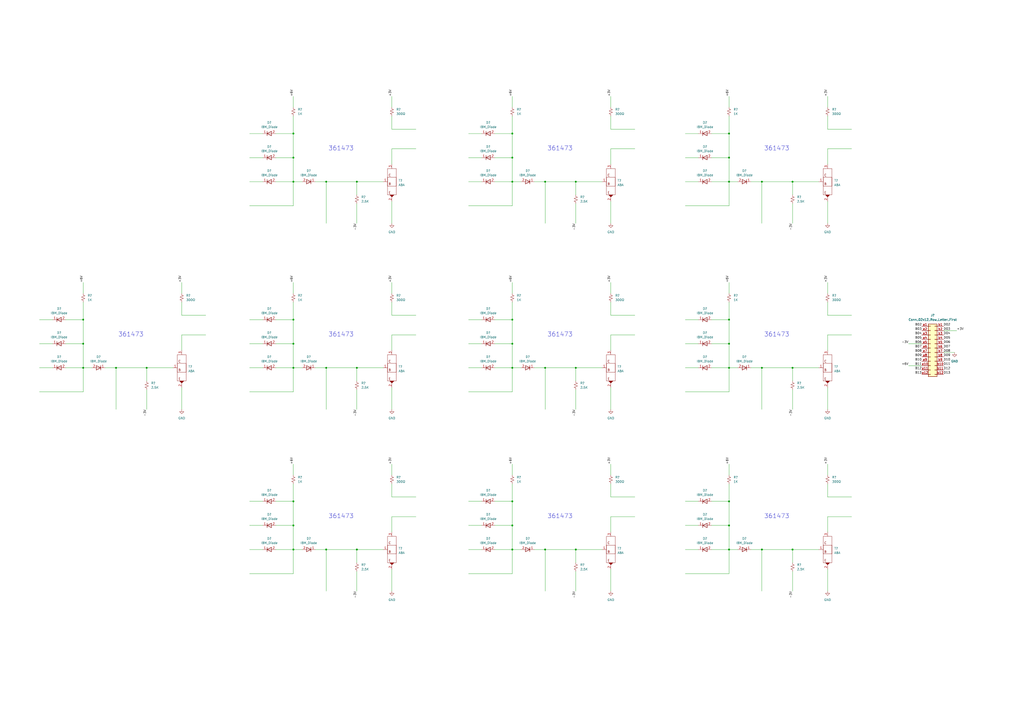
<source format=kicad_sch>
(kicad_sch (version 20211123) (generator eeschema)
  (paper "A2")
  (lib_symbols
    (symbol "Connector_Generic:Conn_02x12_Row_Letter_First" (pin_names (offset 1.016) hide)
      (property "Reference" "J" (at 1.27 15.24 0))
      (property "Value" "Conn_02x12_Row_Letter_First" (at 1.27 -17.78 0))
      (symbol "Conn_02x12_Row_Letter_First_1_1"
        (rectangle (start -1.27 -15.113) (end 0 -15.367) (stroke (width 0.1524)))
        (rectangle (start -1.27 -12.573) (end 0 -12.827) (stroke (width 0.1524)))
        (rectangle (start -1.27 -10.033) (end 0 -10.287) (stroke (width 0.1524)))
        (rectangle (start -1.27 -7.493) (end 0 -7.747) (stroke (width 0.1524)))
        (rectangle (start -1.27 -4.953) (end 0 -5.207) (stroke (width 0.1524)))
        (rectangle (start -1.27 -2.413) (end 0 -2.667) (stroke (width 0.1524)))
        (rectangle (start -1.27 0.127) (end 0 -0.127) (stroke (width 0.1524)))
        (rectangle (start -1.27 2.667) (end 0 2.413) (stroke (width 0.1524)))
        (rectangle (start -1.27 5.207) (end 0 4.953) (stroke (width 0.1524)))
        (rectangle (start -1.27 7.747) (end 0 7.493) (stroke (width 0.1524)))
        (rectangle (start -1.27 10.287) (end 0 10.033) (stroke (width 0.1524)))
        (rectangle (start -1.27 12.827) (end 0 12.573) (stroke (width 0.1524)))
        (rectangle (start -1.27 13.97) (end 3.81 -16.51) (stroke (width 0.254)) (fill (type background)))
        (rectangle (start 3.81 -15.113) (end 2.54 -15.367) (stroke (width 0.1524)))
        (rectangle (start 3.81 -12.573) (end 2.54 -12.827) (stroke (width 0.1524)))
        (rectangle (start 3.81 -10.033) (end 2.54 -10.287) (stroke (width 0.1524)))
        (rectangle (start 3.81 -7.493) (end 2.54 -7.747) (stroke (width 0.1524)))
        (rectangle (start 3.81 -4.953) (end 2.54 -5.207) (stroke (width 0.1524)))
        (rectangle (start 3.81 -2.413) (end 2.54 -2.667) (stroke (width 0.1524)))
        (rectangle (start 3.81 0.127) (end 2.54 -0.127) (stroke (width 0.1524)))
        (rectangle (start 3.81 2.667) (end 2.54 2.413) (stroke (width 0.1524)))
        (rectangle (start 3.81 5.207) (end 2.54 4.953) (stroke (width 0.1524)))
        (rectangle (start 3.81 7.747) (end 2.54 7.493) (stroke (width 0.1524)))
        (rectangle (start 3.81 10.287) (end 2.54 10.033) (stroke (width 0.1524)))
        (rectangle (start 3.81 12.827) (end 2.54 12.573) (stroke (width 0.1524)))
        (pin passive line (at -5.08 12.7 0) (length 3.81) (name "Pin_a1") (number "a1"))
        (pin passive line (at -5.08 -10.16 0) (length 3.81) (name "Pin_a10") (number "a10"))
        (pin passive line (at -5.08 -12.7 0) (length 3.81) (name "Pin_a11") (number "a11"))
        (pin passive line (at -5.08 -15.24 0) (length 3.81) (name "Pin_a12") (number "a12"))
        (pin passive line (at -5.08 10.16 0) (length 3.81) (name "Pin_a2") (number "a2"))
        (pin passive line (at -5.08 7.62 0) (length 3.81) (name "Pin_a3") (number "a3"))
        (pin passive line (at -5.08 5.08 0) (length 3.81) (name "Pin_a4") (number "a4"))
        (pin passive line (at -5.08 2.54 0) (length 3.81) (name "Pin_a5") (number "a5"))
        (pin passive line (at -5.08 0 0) (length 3.81) (name "Pin_a6") (number "a6"))
        (pin passive line (at -5.08 -2.54 0) (length 3.81) (name "Pin_a7") (number "a7"))
        (pin passive line (at -5.08 -5.08 0) (length 3.81) (name "Pin_a8") (number "a8"))
        (pin passive line (at -5.08 -7.62 0) (length 3.81) (name "Pin_a9") (number "a9"))
        (pin passive line (at 7.62 12.7 180) (length 3.81) (name "Pin_b1") (number "b1"))
        (pin passive line (at 7.62 -10.16 180) (length 3.81) (name "Pin_b10") (number "b10"))
        (pin passive line (at 7.62 -12.7 180) (length 3.81) (name "Pin_b11") (number "b11"))
        (pin passive line (at 7.62 -15.24 180) (length 3.81) (name "Pin_b12") (number "b12"))
        (pin passive line (at 7.62 10.16 180) (length 3.81) (name "Pin_b2") (number "b2"))
        (pin passive line (at 7.62 7.62 180) (length 3.81) (name "Pin_b3") (number "b3"))
        (pin passive line (at 7.62 5.08 180) (length 3.81) (name "Pin_b4") (number "b4"))
        (pin passive line (at 7.62 2.54 180) (length 3.81) (name "Pin_b5") (number "b5"))
        (pin passive line (at 7.62 0 180) (length 3.81) (name "Pin_b6") (number "b6"))
        (pin passive line (at 7.62 -2.54 180) (length 3.81) (name "Pin_b7") (number "b7"))
        (pin passive line (at 7.62 -5.08 180) (length 3.81) (name "Pin_b8") (number "b8"))
        (pin passive line (at 7.62 -7.62 180) (length 3.81) (name "Pin_b9") (number "b9"))
      )
    )
    (symbol "Device:R_Small_US" (pin_numbers hide) (pin_names (offset 0.254) hide)
      (property "Reference" "R" (at 0.762 0.508 0))
      (property "Value" "R_Small_US" (at 0.762 -1.016 0))
      (symbol "R_Small_US_1_1"
        (polyline (pts (xy 0 0) (xy 1.016 -0.381) (xy 0 -0.762) (xy -1.016 -1.143) (xy 0 -1.524)))
        (polyline (pts (xy 0 1.524) (xy 1.016 1.143) (xy 0 0.762) (xy -1.016 0.381) (xy 0 0)))
        (pin passive line (at 0 2.54 270) (length 1.016) (name "~") (number "1"))
        (pin passive line (at 0 -2.54 90) (length 1.016) (name "~") (number "2"))
      )
    )
    (symbol "IBM_SLT-SLD:IBM_Diode"
      (property "Reference" "D" (at 0 5.08 0))
      (property "Value" "IBM_Diode" (at 0 2.54 0))
      (symbol "IBM_Diode_0_1"
        (polyline (pts (xy -1.27 1.27) (xy -1.27 -1.27)) (stroke (width 0.254)))
        (polyline (pts (xy 1.27 0) (xy -1.27 0)))
        (polyline (pts (xy 1.27 1.27) (xy 1.27 -1.27) (xy -1.27 0) (xy 1.27 1.27)) (stroke (width 0.254)))
      )
      (symbol "IBM_Diode_1_1"
        (pin passive line (at -3.81 0 0) (length 2.54) (name "K") (number "1"))
        (pin passive line (at 3.81 0 180) (length 2.54) (name "A") (number "2"))
      )
    )
    (symbol "IBM_SLT-SLD:IBM_Transistor"
      (property "Reference" "T" (at 0 5.08 0))
      (property "Value" "IBM_Transistor" (at 7.62 8.89 0))
      (symbol "IBM_Transistor_0_0"
        (text "B" (at -1.27 -1.27 0) (effects (font (size 1.27 1.27))))
        (text "C" (at -1.27 3.81 0) (effects (font (size 1.27 1.27))))
        (text "E" (at -1.27 -6.35 0) (effects (font (size 1.27 1.27))))
      )
      (symbol "IBM_Transistor_0_1"
        (rectangle (start -2.54 2.54) (end 2.54 -2.54))
        (rectangle (start -2.54 7.62) (end 2.54 -7.62))
        (polyline (pts (xy -1.27 -7.62) (xy 0 -8.89) (xy 1.27 -7.62)) (fill (type outline)))
      )
      (symbol "IBM_Transistor_1_1"
        (pin passive line (at -5.08 0 0) (length 2.54) (name "B") (number "1"))
        (pin passive line (at 0 -11.43 90) (length 2.54) (name "E") (number "2"))
        (pin passive line (at 0 10.16 270) (length 2.54) (name "C") (number "3"))
      )
    )
    (symbol "power:GND" (power) (pin_names (offset 0))
      (property "Value" "GND" (at 0 -3.81 0))
      (symbol "GND_0_1"
        (polyline (pts (xy 0 0) (xy 0 -1.27) (xy 1.27 -1.27) (xy 0 -2.54) (xy -1.27 -1.27) (xy 0 -1.27)))
      )
      (symbol "GND_1_1"
        (pin power_in line (at 0 0 270) (length 0) hide (name "GND") (number "1"))
      )
    )
  )
  (junction (at 207.01 213.36))
  (junction (at 422.91 77.47))
  (junction (at 170.18 213.36))
  (junction (at 422.91 290.83))
  (junction (at 422.91 304.8))
  (junction (at 207.01 105.41))
  (junction (at 316.23 105.41))
  (junction (at 316.23 318.77))
  (junction (at 170.18 105.41))
  (junction (at 441.96 318.77))
  (junction (at 316.23 213.36))
  (junction (at 334.01 213.36))
  (junction (at 297.18 105.41))
  (junction (at 170.18 290.83))
  (junction (at 189.23 318.77))
  (junction (at 422.91 318.77))
  (junction (at 189.23 105.41))
  (junction (at 48.26 185.42))
  (junction (at 85.09 213.36))
  (junction (at 422.91 185.42))
  (junction (at 441.96 105.41))
  (junction (at 459.74 213.36))
  (junction (at 170.18 304.8))
  (junction (at 334.01 105.41))
  (junction (at 170.18 91.44))
  (junction (at 297.18 318.77))
  (junction (at 170.18 199.39))
  (junction (at 441.96 213.36))
  (junction (at 297.18 213.36))
  (junction (at 170.18 318.77))
  (junction (at 189.23 213.36))
  (junction (at 297.18 91.44))
  (junction (at 297.18 185.42))
  (junction (at 422.91 213.36))
  (junction (at 297.18 290.83))
  (junction (at 48.26 199.39))
  (junction (at 297.18 199.39))
  (junction (at 67.31 213.36))
  (junction (at 422.91 105.41))
  (junction (at 422.91 91.44))
  (junction (at 170.18 77.47))
  (junction (at 170.18 185.42))
  (junction (at 48.26 213.36))
  (junction (at 334.01 318.77))
  (junction (at 297.18 77.47))
  (junction (at 422.91 199.39))
  (junction (at 459.74 318.77))
  (junction (at 459.74 105.41))
  (junction (at 207.01 318.77))
  (junction (at 297.18 304.8))
  (wire (pts (xy 297.18 77.47) (xy 287.02 77.47)))
  (wire (pts (xy 297.18 91.44) (xy 297.18 105.41)))
  (wire (pts (xy 170.18 304.8) (xy 160.02 304.8)))
  (wire (pts (xy 441.96 105.41) (xy 459.74 105.41)))
  (wire (pts (xy 207.01 331.47) (xy 207.01 342.9)))
  (wire (pts (xy 459.74 318.77) (xy 474.98 318.77)))
  (wire (pts (xy 354.33 288.29) (xy 368.3 288.29)))
  (wire (pts (xy 480.06 163.83) (xy 480.06 170.18)))
  (wire (pts (xy 287.02 213.36) (xy 297.18 213.36)))
  (wire (pts (xy 227.33 116.84) (xy 227.33 129.54)))
  (wire (pts (xy 480.06 299.72) (xy 494.03 299.72)))
  (wire (pts (xy 297.18 269.24) (xy 297.18 275.59)))
  (wire (pts (xy 297.18 213.36) (xy 302.26 213.36)))
  (wire (pts (xy 354.33 55.88) (xy 354.33 62.23)))
  (wire (pts (xy 354.33 74.93) (xy 368.3 74.93)))
  (wire (pts (xy 160.02 318.77) (xy 170.18 318.77)))
  (wire (pts (xy 170.18 55.88) (xy 170.18 62.23)))
  (wire (pts (xy 422.91 55.88) (xy 422.91 62.23)))
  (wire (pts (xy 459.74 105.41) (xy 474.98 105.41)))
  (wire (pts (xy 354.33 203.2) (xy 354.33 194.31)))
  (wire (pts (xy 227.33 182.88) (xy 241.3 182.88)))
  (wire (pts (xy 422.91 91.44) (xy 422.91 105.41)))
  (wire (pts (xy 316.23 213.36) (xy 334.01 213.36)))
  (wire (pts (xy 547.37 204.47) (xy 553.72 204.47)))
  (wire (pts (xy 309.88 105.41) (xy 316.23 105.41)))
  (wire (pts (xy 297.18 332.74) (xy 297.18 318.77)))
  (wire (pts (xy 22.86 199.39) (xy 30.48 199.39)))
  (wire (pts (xy 144.78 185.42) (xy 152.4 185.42)))
  (wire (pts (xy 412.75 318.77) (xy 422.91 318.77)))
  (wire (pts (xy 480.06 175.26) (xy 480.06 182.88)))
  (wire (pts (xy 170.18 67.31) (xy 170.18 77.47)))
  (wire (pts (xy 227.33 194.31) (xy 241.3 194.31)))
  (wire (pts (xy 480.06 67.31) (xy 480.06 74.93)))
  (wire (pts (xy 271.78 318.77) (xy 279.4 318.77)))
  (wire (pts (xy 227.33 308.61) (xy 227.33 299.72)))
  (wire (pts (xy 334.01 118.11) (xy 334.01 129.54)))
  (wire (pts (xy 422.91 163.83) (xy 422.91 170.18)))
  (wire (pts (xy 144.78 318.77) (xy 152.4 318.77)))
  (wire (pts (xy 207.01 213.36) (xy 207.01 220.98)))
  (wire (pts (xy 480.06 86.36) (xy 494.03 86.36)))
  (wire (pts (xy 85.09 213.36) (xy 85.09 220.98)))
  (wire (pts (xy 422.91 199.39) (xy 422.91 213.36)))
  (wire (pts (xy 207.01 213.36) (xy 222.25 213.36)))
  (wire (pts (xy 441.96 105.41) (xy 441.96 129.54)))
  (wire (pts (xy 480.06 194.31) (xy 494.03 194.31)))
  (wire (pts (xy 227.33 163.83) (xy 227.33 170.18)))
  (wire (pts (xy 271.78 105.41) (xy 279.4 105.41)))
  (wire (pts (xy 316.23 105.41) (xy 316.23 129.54)))
  (wire (pts (xy 170.18 332.74) (xy 170.18 318.77)))
  (wire (pts (xy 207.01 318.77) (xy 222.25 318.77)))
  (wire (pts (xy 435.61 213.36) (xy 441.96 213.36)))
  (wire (pts (xy 170.18 318.77) (xy 175.26 318.77)))
  (wire (pts (xy 227.33 280.67) (xy 227.33 288.29)))
  (wire (pts (xy 227.33 203.2) (xy 227.33 194.31)))
  (wire (pts (xy 297.18 199.39) (xy 287.02 199.39)))
  (wire (pts (xy 170.18 304.8) (xy 170.18 318.77)))
  (wire (pts (xy 271.78 77.47) (xy 279.4 77.47)))
  (wire (pts (xy 422.91 269.24) (xy 422.91 275.59)))
  (wire (pts (xy 297.18 91.44) (xy 287.02 91.44)))
  (wire (pts (xy 144.78 332.74) (xy 170.18 332.74)))
  (wire (pts (xy 227.33 86.36) (xy 241.3 86.36)))
  (wire (pts (xy 227.33 74.93) (xy 241.3 74.93)))
  (wire (pts (xy 207.01 105.41) (xy 222.25 105.41)))
  (wire (pts (xy 48.26 227.33) (xy 48.26 213.36)))
  (wire (pts (xy 354.33 182.88) (xy 368.3 182.88)))
  (wire (pts (xy 170.18 213.36) (xy 175.26 213.36)))
  (wire (pts (xy 189.23 213.36) (xy 189.23 237.49)))
  (wire (pts (xy 297.18 67.31) (xy 297.18 77.47)))
  (wire (pts (xy 480.06 116.84) (xy 480.06 129.54)))
  (wire (pts (xy 48.26 163.83) (xy 48.26 170.18)))
  (wire (pts (xy 422.91 290.83) (xy 422.91 304.8)))
  (wire (pts (xy 271.78 199.39) (xy 279.4 199.39)))
  (wire (pts (xy 480.06 308.61) (xy 480.06 299.72)))
  (wire (pts (xy 297.18 185.42) (xy 297.18 199.39)))
  (wire (pts (xy 354.33 86.36) (xy 368.3 86.36)))
  (wire (pts (xy 397.51 227.33) (xy 422.91 227.33)))
  (wire (pts (xy 207.01 105.41) (xy 207.01 113.03)))
  (wire (pts (xy 105.41 224.79) (xy 105.41 237.49)))
  (wire (pts (xy 480.06 95.25) (xy 480.06 86.36)))
  (wire (pts (xy 459.74 118.11) (xy 459.74 129.54)))
  (wire (pts (xy 459.74 318.77) (xy 459.74 326.39)))
  (wire (pts (xy 227.33 330.2) (xy 227.33 342.9)))
  (wire (pts (xy 144.78 304.8) (xy 152.4 304.8)))
  (wire (pts (xy 422.91 185.42) (xy 422.91 199.39)))
  (wire (pts (xy 480.06 280.67) (xy 480.06 288.29)))
  (wire (pts (xy 422.91 227.33) (xy 422.91 213.36)))
  (wire (pts (xy 48.26 199.39) (xy 48.26 213.36)))
  (wire (pts (xy 271.78 119.38) (xy 297.18 119.38)))
  (wire (pts (xy 271.78 227.33) (xy 297.18 227.33)))
  (wire (pts (xy 354.33 116.84) (xy 354.33 129.54)))
  (wire (pts (xy 441.96 318.77) (xy 459.74 318.77)))
  (wire (pts (xy 354.33 95.25) (xy 354.33 86.36)))
  (wire (pts (xy 397.51 213.36) (xy 405.13 213.36)))
  (wire (pts (xy 334.01 331.47) (xy 334.01 342.9)))
  (wire (pts (xy 297.18 304.8) (xy 287.02 304.8)))
  (wire (pts (xy 160.02 213.36) (xy 170.18 213.36)))
  (wire (pts (xy 144.78 119.38) (xy 170.18 119.38)))
  (wire (pts (xy 297.18 290.83) (xy 297.18 304.8)))
  (wire (pts (xy 144.78 213.36) (xy 152.4 213.36)))
  (wire (pts (xy 354.33 175.26) (xy 354.33 182.88)))
  (wire (pts (xy 170.18 227.33) (xy 170.18 213.36)))
  (wire (pts (xy 422.91 175.26) (xy 422.91 185.42)))
  (wire (pts (xy 189.23 105.41) (xy 207.01 105.41)))
  (wire (pts (xy 170.18 163.83) (xy 170.18 170.18)))
  (wire (pts (xy 22.86 213.36) (xy 30.48 213.36)))
  (wire (pts (xy 170.18 185.42) (xy 160.02 185.42)))
  (wire (pts (xy 297.18 304.8) (xy 297.18 318.77)))
  (wire (pts (xy 297.18 290.83) (xy 287.02 290.83)))
  (wire (pts (xy 354.33 330.2) (xy 354.33 342.9)))
  (wire (pts (xy 170.18 119.38) (xy 170.18 105.41)))
  (wire (pts (xy 297.18 199.39) (xy 297.18 213.36)))
  (wire (pts (xy 105.41 182.88) (xy 119.38 182.88)))
  (wire (pts (xy 297.18 175.26) (xy 297.18 185.42)))
  (wire (pts (xy 435.61 318.77) (xy 441.96 318.77)))
  (wire (pts (xy 334.01 226.06) (xy 334.01 237.49)))
  (wire (pts (xy 422.91 280.67) (xy 422.91 290.83)))
  (wire (pts (xy 48.26 199.39) (xy 38.1 199.39)))
  (wire (pts (xy 297.18 77.47) (xy 297.18 91.44)))
  (wire (pts (xy 297.18 105.41) (xy 302.26 105.41)))
  (wire (pts (xy 297.18 318.77) (xy 302.26 318.77)))
  (wire (pts (xy 334.01 318.77) (xy 334.01 326.39)))
  (wire (pts (xy 459.74 226.06) (xy 459.74 237.49)))
  (wire (pts (xy 334.01 213.36) (xy 334.01 220.98)))
  (wire (pts (xy 397.51 91.44) (xy 405.13 91.44)))
  (wire (pts (xy 287.02 105.41) (xy 297.18 105.41)))
  (wire (pts (xy 170.18 290.83) (xy 170.18 304.8)))
  (wire (pts (xy 144.78 77.47) (xy 152.4 77.47)))
  (wire (pts (xy 354.33 308.61) (xy 354.33 299.72)))
  (wire (pts (xy 170.18 269.24) (xy 170.18 275.59)))
  (wire (pts (xy 397.51 77.47) (xy 405.13 77.47)))
  (wire (pts (xy 354.33 224.79) (xy 354.33 237.49)))
  (wire (pts (xy 48.26 185.42) (xy 48.26 199.39)))
  (wire (pts (xy 48.26 175.26) (xy 48.26 185.42)))
  (wire (pts (xy 271.78 290.83) (xy 279.4 290.83)))
  (wire (pts (xy 480.06 182.88) (xy 494.03 182.88)))
  (wire (pts (xy 480.06 330.2) (xy 480.06 342.9)))
  (wire (pts (xy 189.23 318.77) (xy 207.01 318.77)))
  (wire (pts (xy 422.91 304.8) (xy 412.75 304.8)))
  (wire (pts (xy 422.91 213.36) (xy 427.99 213.36)))
  (wire (pts (xy 397.51 185.42) (xy 405.13 185.42)))
  (wire (pts (xy 480.06 224.79) (xy 480.06 237.49)))
  (wire (pts (xy 422.91 119.38) (xy 422.91 105.41)))
  (wire (pts (xy 182.88 105.41) (xy 189.23 105.41)))
  (wire (pts (xy 227.33 224.79) (xy 227.33 237.49)))
  (wire (pts (xy 422.91 105.41) (xy 427.99 105.41)))
  (wire (pts (xy 227.33 175.26) (xy 227.33 182.88)))
  (wire (pts (xy 271.78 91.44) (xy 279.4 91.44)))
  (wire (pts (xy 170.18 105.41) (xy 175.26 105.41)))
  (wire (pts (xy 441.96 213.36) (xy 459.74 213.36)))
  (wire (pts (xy 170.18 199.39) (xy 160.02 199.39)))
  (wire (pts (xy 207.01 318.77) (xy 207.01 326.39)))
  (wire (pts (xy 354.33 194.31) (xy 368.3 194.31)))
  (wire (pts (xy 22.86 185.42) (xy 30.48 185.42)))
  (wire (pts (xy 170.18 175.26) (xy 170.18 185.42)))
  (wire (pts (xy 271.78 304.8) (xy 279.4 304.8)))
  (wire (pts (xy 547.37 191.77) (xy 554.99 191.77)))
  (wire (pts (xy 354.33 67.31) (xy 354.33 74.93)))
  (wire (pts (xy 271.78 185.42) (xy 279.4 185.42)))
  (wire (pts (xy 48.26 185.42) (xy 38.1 185.42)))
  (wire (pts (xy 207.01 226.06) (xy 207.01 237.49)))
  (wire (pts (xy 170.18 77.47) (xy 160.02 77.47)))
  (wire (pts (xy 459.74 213.36) (xy 474.98 213.36)))
  (wire (pts (xy 354.33 299.72) (xy 368.3 299.72)))
  (wire (pts (xy 170.18 185.42) (xy 170.18 199.39)))
  (wire (pts (xy 316.23 105.41) (xy 334.01 105.41)))
  (wire (pts (xy 480.06 288.29) (xy 494.03 288.29)))
  (wire (pts (xy 422.91 77.47) (xy 422.91 91.44)))
  (wire (pts (xy 422.91 290.83) (xy 412.75 290.83)))
  (wire (pts (xy 160.02 105.41) (xy 170.18 105.41)))
  (wire (pts (xy 227.33 299.72) (xy 241.3 299.72)))
  (wire (pts (xy 144.78 227.33) (xy 170.18 227.33)))
  (wire (pts (xy 397.51 105.41) (xy 405.13 105.41)))
  (wire (pts (xy 480.06 269.24) (xy 480.06 275.59)))
  (wire (pts (xy 144.78 199.39) (xy 152.4 199.39)))
  (wire (pts (xy 316.23 213.36) (xy 316.23 237.49)))
  (wire (pts (xy 354.33 269.24) (xy 354.33 275.59)))
  (wire (pts (xy 527.05 212.09) (xy 534.67 212.09)))
  (wire (pts (xy 271.78 332.74) (xy 297.18 332.74)))
  (wire (pts (xy 189.23 213.36) (xy 207.01 213.36)))
  (wire (pts (xy 422.91 67.31) (xy 422.91 77.47)))
  (wire (pts (xy 422.91 318.77) (xy 427.99 318.77)))
  (wire (pts (xy 422.91 332.74) (xy 422.91 318.77)))
  (wire (pts (xy 271.78 213.36) (xy 279.4 213.36)))
  (wire (pts (xy 105.41 163.83) (xy 105.41 170.18)))
  (wire (pts (xy 316.23 318.77) (xy 334.01 318.77)))
  (wire (pts (xy 227.33 55.88) (xy 227.33 62.23)))
  (wire (pts (xy 170.18 91.44) (xy 160.02 91.44)))
  (wire (pts (xy 480.06 55.88) (xy 480.06 62.23)))
  (wire (pts (xy 297.18 280.67) (xy 297.18 290.83)))
  (wire (pts (xy 227.33 288.29) (xy 241.3 288.29)))
  (wire (pts (xy 459.74 213.36) (xy 459.74 220.98)))
  (wire (pts (xy 182.88 318.77) (xy 189.23 318.77)))
  (wire (pts (xy 144.78 91.44) (xy 152.4 91.44)))
  (wire (pts (xy 354.33 163.83) (xy 354.33 170.18)))
  (wire (pts (xy 170.18 91.44) (xy 170.18 105.41)))
  (wire (pts (xy 354.33 280.67) (xy 354.33 288.29)))
  (wire (pts (xy 105.41 194.31) (xy 119.38 194.31)))
  (wire (pts (xy 170.18 280.67) (xy 170.18 290.83)))
  (wire (pts (xy 397.51 304.8) (xy 405.13 304.8)))
  (wire (pts (xy 189.23 318.77) (xy 189.23 342.9)))
  (wire (pts (xy 309.88 213.36) (xy 316.23 213.36)))
  (wire (pts (xy 422.91 199.39) (xy 412.75 199.39)))
  (wire (pts (xy 422.91 185.42) (xy 412.75 185.42)))
  (wire (pts (xy 441.96 213.36) (xy 441.96 237.49)))
  (wire (pts (xy 207.01 118.11) (xy 207.01 129.54)))
  (wire (pts (xy 397.51 332.74) (xy 422.91 332.74)))
  (wire (pts (xy 441.96 318.77) (xy 441.96 342.9)))
  (wire (pts (xy 189.23 105.41) (xy 189.23 129.54)))
  (wire (pts (xy 297.18 227.33) (xy 297.18 213.36)))
  (wire (pts (xy 170.18 77.47) (xy 170.18 91.44)))
  (wire (pts (xy 85.09 226.06) (xy 85.09 237.49)))
  (wire (pts (xy 397.51 199.39) (xy 405.13 199.39)))
  (wire (pts (xy 480.06 74.93) (xy 494.03 74.93)))
  (wire (pts (xy 459.74 105.41) (xy 459.74 113.03)))
  (wire (pts (xy 297.18 185.42) (xy 287.02 185.42)))
  (wire (pts (xy 422.91 91.44) (xy 412.75 91.44)))
  (wire (pts (xy 412.75 213.36) (xy 422.91 213.36)))
  (wire (pts (xy 144.78 290.83) (xy 152.4 290.83)))
  (wire (pts (xy 480.06 203.2) (xy 480.06 194.31)))
  (wire (pts (xy 287.02 318.77) (xy 297.18 318.77)))
  (wire (pts (xy 334.01 213.36) (xy 349.25 213.36)))
  (wire (pts (xy 227.33 95.25) (xy 227.33 86.36)))
  (wire (pts (xy 227.33 269.24) (xy 227.33 275.59)))
  (wire (pts (xy 397.51 290.83) (xy 405.13 290.83)))
  (wire (pts (xy 397.51 119.38) (xy 422.91 119.38)))
  (wire (pts (xy 85.09 213.36) (xy 100.33 213.36)))
  (wire (pts (xy 144.78 105.41) (xy 152.4 105.41)))
  (wire (pts (xy 297.18 163.83) (xy 297.18 170.18)))
  (wire (pts (xy 459.74 331.47) (xy 459.74 342.9)))
  (wire (pts (xy 170.18 290.83) (xy 160.02 290.83)))
  (wire (pts (xy 316.23 318.77) (xy 316.23 342.9)))
  (wire (pts (xy 170.18 199.39) (xy 170.18 213.36)))
  (wire (pts (xy 309.88 318.77) (xy 316.23 318.77)))
  (wire (pts (xy 67.31 213.36) (xy 67.31 237.49)))
  (wire (pts (xy 422.91 304.8) (xy 422.91 318.77)))
  (wire (pts (xy 105.41 203.2) (xy 105.41 194.31)))
  (wire (pts (xy 422.91 77.47) (xy 412.75 77.47)))
  (wire (pts (xy 297.18 119.38) (xy 297.18 105.41)))
  (wire (pts (xy 182.88 213.36) (xy 189.23 213.36)))
  (wire (pts (xy 334.01 105.41) (xy 349.25 105.41)))
  (wire (pts (xy 527.05 199.39) (xy 534.67 199.39)))
  (wire (pts (xy 22.86 227.33) (xy 48.26 227.33)))
  (wire (pts (xy 297.18 55.88) (xy 297.18 62.23)))
  (wire (pts (xy 60.96 213.36) (xy 67.31 213.36)))
  (wire (pts (xy 397.51 318.77) (xy 405.13 318.77)))
  (wire (pts (xy 334.01 318.77) (xy 349.25 318.77)))
  (wire (pts (xy 412.75 105.41) (xy 422.91 105.41)))
  (wire (pts (xy 67.31 213.36) (xy 85.09 213.36)))
  (wire (pts (xy 105.41 175.26) (xy 105.41 182.88)))
  (wire (pts (xy 48.26 213.36) (xy 53.34 213.36)))
  (wire (pts (xy 227.33 67.31) (xy 227.33 74.93)))
  (wire (pts (xy 38.1 213.36) (xy 48.26 213.36)))
  (wire (pts (xy 435.61 105.41) (xy 441.96 105.41)))
  (wire (pts (xy 334.01 105.41) (xy 334.01 113.03)))
  (text "361473" (at 317.5 300.99 0) (effects (font (size 2.54 2.54)) (justify left bottom)))
  (text "361473" (at 190.5 195.58 0) (effects (font (size 2.54 2.54)) (justify left bottom)))
  (text "361473" (at 317.5 87.63 0) (effects (font (size 2.54 2.54)) (justify left bottom)))
  (text "361473" (at 443.23 300.99 0) (effects (font (size 2.54 2.54)) (justify left bottom)))
  (text "361473" (at 190.5 87.63 0) (effects (font (size 2.54 2.54)) (justify left bottom)))
  (text "361473" (at 443.23 87.63 0) (effects (font (size 2.54 2.54)) (justify left bottom)))
  (text "361473" (at 190.5 300.99 0) (effects (font (size 2.54 2.54)) (justify left bottom)))
  (text "361473" (at 68.58 195.58 0) (effects (font (size 2.54 2.54)) (justify left bottom)))
  (text "361473" (at 443.23 195.58 0) (effects (font (size 2.54 2.54)) (justify left bottom)))
  (text "361473" (at 317.5 195.58 0) (effects (font (size 2.54 2.54)) (justify left bottom)))
  (label "+3V" (at 227.33 163.83 90))
  (label "+3V" (at 354.33 269.24 90))
  (label "-3V" (at 459.74 237.49 270))
  (label "-3V" (at 459.74 342.9 270))
  (label "-3V" (at 459.74 129.54 270))
  (label "+3V" (at 554.99 191.77 0))
  (label "+6V" (at 297.18 269.24 90))
  (label "-3V" (at 527.05 199.39 180))
  (label "D06" (at 547.37 199.39 0))
  (label "+6V" (at 527.05 212.09 180))
  (label "D13" (at 547.37 217.17 0))
  (label "D09" (at 547.37 207.01 0))
  (label "-3V" (at 85.09 237.49 270))
  (label "B12" (at 534.67 214.63 180))
  (label "B02" (at 534.67 189.23 180))
  (label "+3V" (at 105.41 163.83 90))
  (label "-3V" (at 207.01 237.49 270))
  (label "B11" (at 534.67 212.09 180))
  (label "D07" (at 547.37 201.93 0))
  (label "+3V" (at 480.06 55.88 90))
  (label "B10" (at 534.67 209.55 180))
  (label "B09" (at 534.67 207.01 180))
  (label "-3V" (at 334.01 129.54 270))
  (label "D02" (at 547.37 189.23 0))
  (label "B05" (at 534.67 196.85 180))
  (label "+3V" (at 227.33 55.88 90))
  (label "B04" (at 534.67 194.31 180))
  (label "+6V" (at 170.18 163.83 90))
  (label "D05" (at 547.37 196.85 0))
  (label "B13" (at 534.67 217.17 180))
  (label "D11" (at 547.37 212.09 0))
  (label "+3V" (at 354.33 163.83 90))
  (label "B08" (at 534.67 204.47 180))
  (label "+6V" (at 422.91 269.24 90))
  (label "+6V" (at 170.18 55.88 90))
  (label "+6V" (at 297.18 163.83 90))
  (label "+6V" (at 422.91 55.88 90))
  (label "-3V" (at 207.01 129.54 270))
  (label "D04" (at 547.37 194.31 0))
  (label "B03" (at 534.67 191.77 180))
  (label "B06" (at 534.67 199.39 180))
  (label "D12" (at 547.37 214.63 0))
  (label "D08" (at 547.37 204.47 0))
  (label "B07" (at 534.67 201.93 180))
  (label "D03" (at 547.37 191.77 0))
  (label "-3V" (at 334.01 237.49 270))
  (label "D10" (at 547.37 209.55 0))
  (label "-3V" (at 207.01 342.9 270))
  (label "+6V" (at 297.18 55.88 90))
  (label "+6V" (at 422.91 163.83 90))
  (label "-3V" (at 334.01 342.9 270))
  (label "+3V" (at 480.06 269.24 90))
  (label "+3V" (at 227.33 269.24 90))
  (label "+6V" (at 48.26 163.83 90))
  (label "+3V" (at 480.06 163.83 90))
  (label "+3V" (at 354.33 55.88 90))
  (label "+6V" (at 170.18 269.24 90))
  (symbol (lib_id "IBM_SLT-SLD:IBM_Diode") (at 156.21 91.44 0) (unit 1)
    (property "Reference" "D?" (at 156.21 85.09 0))
    (property "Value" "IBM_Diode" (at 156.21 87.63 0))
    (property "Footprint" "Diode_SMD:D_0201_0603Metric" (effects hide))
  )
  (symbol (lib_id "IBM_SLT-SLD:IBM_Diode") (at 156.21 105.41 0) (unit 1)
    (property "Reference" "D?" (at 156.21 99.06 0))
    (property "Value" "IBM_Diode" (at 156.21 101.6 0))
    (property "Footprint" "Diode_SMD:D_0201_0603Metric" (effects hide))
  )
  (symbol (lib_id "Device:R_Small_US") (at 334.01 115.57 0) (unit 1)
    (property "Reference" "R?" (at 336.55 114.2999 0) (effects (justify left)))
    (property "Value" "2.5K" (at 336.55 116.8399 0) (effects (justify left)))
    (property "Footprint" "Resistor_SMD:R_0201_0603Metric" (effects hide))
  )
  (symbol (lib_id "Device:R_Small_US") (at 297.18 64.77 0) (unit 1)
    (property "Reference" "R?" (at 299.72 63.4999 0) (effects (justify left)))
    (property "Value" "1K" (at 299.72 66.0399 0) (effects (justify left)))
    (property "Footprint" "Resistor_SMD:R_0201_0603Metric" (effects hide))
  )
  (symbol (lib_id "IBM_SLT-SLD:IBM_Diode") (at 179.07 213.36 180) (unit 1)
    (property "Reference" "D?" (at 179.07 207.01 0))
    (property "Value" "IBM_Diode" (at 179.07 209.55 0))
    (property "Footprint" "Diode_SMD:D_0201_0603Metric" (effects hide))
  )
  (symbol (lib_id "power:GND") (at 227.33 237.49 0) (unit 1)
    (property "Reference" "#PWR?" (effects hide))
    (property "Value" "GND" (at 227.33 242.57 0))
  )
  (symbol (lib_id "Device:R_Small_US") (at 85.09 223.52 0) (unit 1)
    (property "Reference" "R?" (at 87.63 222.2499 0) (effects (justify left)))
    (property "Value" "2.5K" (at 87.63 224.7899 0) (effects (justify left)))
    (property "Footprint" "Resistor_SMD:R_0201_0603Metric" (effects hide))
  )
  (symbol (lib_id "Device:R_Small_US") (at 297.18 172.72 0) (unit 1)
    (property "Reference" "R?" (at 299.72 171.4499 0) (effects (justify left)))
    (property "Value" "1K" (at 299.72 173.9899 0) (effects (justify left)))
    (property "Footprint" "Resistor_SMD:R_0201_0603Metric" (effects hide))
  )
  (symbol (lib_id "IBM_SLT-SLD:IBM_Diode") (at 57.15 213.36 180) (unit 1)
    (property "Reference" "D?" (at 57.15 207.01 0))
    (property "Value" "IBM_Diode" (at 57.15 209.55 0))
    (property "Footprint" "Diode_SMD:D_0201_0603Metric" (effects hide))
  )
  (symbol (lib_id "IBM_SLT-SLD:IBM_Diode") (at 179.07 318.77 180) (unit 1)
    (property "Reference" "D?" (at 179.07 312.42 0))
    (property "Value" "IBM_Diode" (at 179.07 314.96 0))
    (property "Footprint" "Diode_SMD:D_0201_0603Metric" (effects hide))
  )
  (symbol (lib_id "IBM_SLT-SLD:IBM_Diode") (at 408.94 77.47 0) (unit 1)
    (property "Reference" "D?" (at 408.94 71.12 0))
    (property "Value" "IBM_Diode" (at 408.94 73.66 0))
    (property "Footprint" "Diode_SMD:D_0201_0603Metric" (effects hide))
  )
  (symbol (lib_id "power:GND") (at 105.41 237.49 0) (unit 1)
    (property "Reference" "#PWR?" (effects hide))
    (property "Value" "GND" (at 105.41 242.57 0))
  )
  (symbol (lib_id "IBM_SLT-SLD:IBM_Diode") (at 408.94 199.39 0) (unit 1)
    (property "Reference" "D?" (at 408.94 193.04 0))
    (property "Value" "IBM_Diode" (at 408.94 195.58 0))
    (property "Footprint" "Diode_SMD:D_0201_0603Metric" (effects hide))
  )
  (symbol (lib_id "IBM_SLT-SLD:IBM_Diode") (at 306.07 213.36 180) (unit 1)
    (property "Reference" "D?" (at 306.07 207.01 0))
    (property "Value" "IBM_Diode" (at 306.07 209.55 0))
    (property "Footprint" "Diode_SMD:D_0201_0603Metric" (effects hide))
  )
  (symbol (lib_id "IBM_SLT-SLD:IBM_Diode") (at 408.94 304.8 0) (unit 1)
    (property "Reference" "D?" (at 408.94 298.45 0))
    (property "Value" "IBM_Diode" (at 408.94 300.99 0))
    (property "Footprint" "Diode_SMD:D_0201_0603Metric" (effects hide))
  )
  (symbol (lib_id "Device:R_Small_US") (at 354.33 172.72 0) (unit 1)
    (property "Reference" "R?" (at 356.87 171.4499 0) (effects (justify left)))
    (property "Value" "300Ω" (at 356.87 173.9899 0) (effects (justify left)))
    (property "Footprint" "Resistor_SMD:R_0201_0603Metric" (effects hide))
  )
  (symbol (lib_id "IBM_SLT-SLD:IBM_Diode") (at 408.94 318.77 0) (unit 1)
    (property "Reference" "D?" (at 408.94 312.42 0))
    (property "Value" "IBM_Diode" (at 408.94 314.96 0))
    (property "Footprint" "Diode_SMD:D_0201_0603Metric" (effects hide))
  )
  (symbol (lib_id "Device:R_Small_US") (at 334.01 328.93 0) (unit 1)
    (property "Reference" "R?" (at 336.55 327.6599 0) (effects (justify left)))
    (property "Value" "2.5K" (at 336.55 330.1999 0) (effects (justify left)))
    (property "Footprint" "Resistor_SMD:R_0201_0603Metric" (effects hide))
  )
  (symbol (lib_id "IBM_SLT-SLD:IBM_Transistor") (at 105.41 213.36 0) (unit 1)
    (property "Reference" "T?" (at 109.22 212.7249 0) (effects (justify left)))
    (property "Value" "ABA" (at 109.22 215.2649 0) (effects (justify left)))
  )
  (symbol (lib_id "Device:R_Small_US") (at 227.33 172.72 0) (unit 1)
    (property "Reference" "R?" (at 229.87 171.4499 0) (effects (justify left)))
    (property "Value" "300Ω" (at 229.87 173.9899 0) (effects (justify left)))
    (property "Footprint" "Resistor_SMD:R_0201_0603Metric" (effects hide))
  )
  (symbol (lib_id "IBM_SLT-SLD:IBM_Transistor") (at 227.33 318.77 0) (unit 1)
    (property "Reference" "T?" (at 231.14 318.1349 0) (effects (justify left)))
    (property "Value" "ABA" (at 231.14 320.6749 0) (effects (justify left)))
  )
  (symbol (lib_id "IBM_SLT-SLD:IBM_Transistor") (at 354.33 318.77 0) (unit 1)
    (property "Reference" "T?" (at 358.14 318.1349 0) (effects (justify left)))
    (property "Value" "ABA" (at 358.14 320.6749 0) (effects (justify left)))
  )
  (symbol (lib_id "IBM_SLT-SLD:IBM_Diode") (at 156.21 304.8 0) (unit 1)
    (property "Reference" "D?" (at 156.21 298.45 0))
    (property "Value" "IBM_Diode" (at 156.21 300.99 0))
    (property "Footprint" "Diode_SMD:D_0201_0603Metric" (effects hide))
  )
  (symbol (lib_id "IBM_SLT-SLD:IBM_Diode") (at 431.8 318.77 180) (unit 1)
    (property "Reference" "D?" (at 431.8 312.42 0))
    (property "Value" "IBM_Diode" (at 431.8 314.96 0))
    (property "Footprint" "Diode_SMD:D_0201_0603Metric" (effects hide))
  )
  (symbol (lib_id "IBM_SLT-SLD:IBM_Diode") (at 431.8 213.36 180) (unit 1)
    (property "Reference" "D?" (at 431.8 207.01 0))
    (property "Value" "IBM_Diode" (at 431.8 209.55 0))
    (property "Footprint" "Diode_SMD:D_0201_0603Metric" (effects hide))
  )
  (symbol (lib_id "Device:R_Small_US") (at 354.33 64.77 0) (unit 1)
    (property "Reference" "R?" (at 356.87 63.4999 0) (effects (justify left)))
    (property "Value" "300Ω" (at 356.87 66.0399 0) (effects (justify left)))
    (property "Footprint" "Resistor_SMD:R_0201_0603Metric" (effects hide))
  )
  (symbol (lib_id "IBM_SLT-SLD:IBM_Diode") (at 34.29 213.36 0) (unit 1)
    (property "Reference" "D?" (at 34.29 207.01 0))
    (property "Value" "IBM_Diode" (at 34.29 209.55 0))
    (property "Footprint" "Diode_SMD:D_0201_0603Metric" (effects hide))
  )
  (symbol (lib_id "IBM_SLT-SLD:IBM_Transistor") (at 227.33 105.41 0) (unit 1)
    (property "Reference" "T?" (at 231.14 104.7749 0) (effects (justify left)))
    (property "Value" "ABA" (at 231.14 107.3149 0) (effects (justify left)))
  )
  (symbol (lib_id "Device:R_Small_US") (at 207.01 115.57 0) (unit 1)
    (property "Reference" "R?" (at 209.55 114.2999 0) (effects (justify left)))
    (property "Value" "2.5K" (at 209.55 116.8399 0) (effects (justify left)))
    (property "Footprint" "Resistor_SMD:R_0201_0603Metric" (effects hide))
  )
  (symbol (lib_id "IBM_SLT-SLD:IBM_Diode") (at 408.94 213.36 0) (unit 1)
    (property "Reference" "D?" (at 408.94 207.01 0))
    (property "Value" "IBM_Diode" (at 408.94 209.55 0))
    (property "Footprint" "Diode_SMD:D_0201_0603Metric" (effects hide))
  )
  (symbol (lib_id "IBM_SLT-SLD:IBM_Diode") (at 34.29 199.39 0) (unit 1)
    (property "Reference" "D?" (at 34.29 193.04 0))
    (property "Value" "IBM_Diode" (at 34.29 195.58 0))
    (property "Footprint" "Diode_SMD:D_0201_0603Metric" (effects hide))
  )
  (symbol (lib_id "Device:R_Small_US") (at 334.01 223.52 0) (unit 1)
    (property "Reference" "R?" (at 336.55 222.2499 0) (effects (justify left)))
    (property "Value" "2.5K" (at 336.55 224.7899 0) (effects (justify left)))
    (property "Footprint" "Resistor_SMD:R_0201_0603Metric" (effects hide))
  )
  (symbol (lib_id "IBM_SLT-SLD:IBM_Diode") (at 283.21 105.41 0) (unit 1)
    (property "Reference" "D?" (at 283.21 99.06 0))
    (property "Value" "IBM_Diode" (at 283.21 101.6 0))
    (property "Footprint" "Diode_SMD:D_0201_0603Metric" (effects hide))
  )
  (symbol (lib_id "Device:R_Small_US") (at 170.18 64.77 0) (unit 1)
    (property "Reference" "R?" (at 172.72 63.4999 0) (effects (justify left)))
    (property "Value" "1K" (at 172.72 66.0399 0) (effects (justify left)))
    (property "Footprint" "Resistor_SMD:R_0201_0603Metric" (effects hide))
  )
  (symbol (lib_id "IBM_SLT-SLD:IBM_Diode") (at 283.21 318.77 0) (unit 1)
    (property "Reference" "D?" (at 283.21 312.42 0))
    (property "Value" "IBM_Diode" (at 283.21 314.96 0))
    (property "Footprint" "Diode_SMD:D_0201_0603Metric" (effects hide))
  )
  (symbol (lib_id "IBM_SLT-SLD:IBM_Diode") (at 408.94 105.41 0) (unit 1)
    (property "Reference" "D?" (at 408.94 99.06 0))
    (property "Value" "IBM_Diode" (at 408.94 101.6 0))
    (property "Footprint" "Diode_SMD:D_0201_0603Metric" (effects hide))
  )
  (symbol (lib_id "IBM_SLT-SLD:IBM_Diode") (at 283.21 77.47 0) (unit 1)
    (property "Reference" "D?" (at 283.21 71.12 0))
    (property "Value" "IBM_Diode" (at 283.21 73.66 0))
    (property "Footprint" "Diode_SMD:D_0201_0603Metric" (effects hide))
  )
  (symbol (lib_id "Device:R_Small_US") (at 422.91 64.77 0) (unit 1)
    (property "Reference" "R?" (at 425.45 63.4999 0) (effects (justify left)))
    (property "Value" "1K" (at 425.45 66.0399 0) (effects (justify left)))
    (property "Footprint" "Resistor_SMD:R_0201_0603Metric" (effects hide))
  )
  (symbol (lib_id "IBM_SLT-SLD:IBM_Diode") (at 179.07 105.41 180) (unit 1)
    (property "Reference" "D?" (at 179.07 99.06 0))
    (property "Value" "IBM_Diode" (at 179.07 101.6 0))
    (property "Footprint" "Diode_SMD:D_0201_0603Metric" (effects hide))
  )
  (symbol (lib_id "IBM_SLT-SLD:IBM_Diode") (at 156.21 77.47 0) (unit 1)
    (property "Reference" "D?" (at 156.21 71.12 0))
    (property "Value" "IBM_Diode" (at 156.21 73.66 0))
    (property "Footprint" "Diode_SMD:D_0201_0603Metric" (effects hide))
  )
  (symbol (lib_id "IBM_SLT-SLD:IBM_Diode") (at 408.94 290.83 0) (unit 1)
    (property "Reference" "D?" (at 408.94 284.48 0))
    (property "Value" "IBM_Diode" (at 408.94 287.02 0))
    (property "Footprint" "Diode_SMD:D_0201_0603Metric" (effects hide))
  )
  (symbol (lib_id "IBM_SLT-SLD:IBM_Diode") (at 156.21 318.77 0) (unit 1)
    (property "Reference" "D?" (at 156.21 312.42 0))
    (property "Value" "IBM_Diode" (at 156.21 314.96 0))
    (property "Footprint" "Diode_SMD:D_0201_0603Metric" (effects hide))
  )
  (symbol (lib_id "IBM_SLT-SLD:IBM_Diode") (at 283.21 290.83 0) (unit 1)
    (property "Reference" "D?" (at 283.21 284.48 0))
    (property "Value" "IBM_Diode" (at 283.21 287.02 0))
    (property "Footprint" "Diode_SMD:D_0201_0603Metric" (effects hide))
  )
  (symbol (lib_id "Device:R_Small_US") (at 480.06 172.72 0) (unit 1)
    (property "Reference" "R?" (at 482.6 171.4499 0) (effects (justify left)))
    (property "Value" "300Ω" (at 482.6 173.9899 0) (effects (justify left)))
    (property "Footprint" "Resistor_SMD:R_0201_0603Metric" (effects hide))
  )
  (symbol (lib_id "IBM_SLT-SLD:IBM_Diode") (at 283.21 213.36 0) (unit 1)
    (property "Reference" "D?" (at 283.21 207.01 0))
    (property "Value" "IBM_Diode" (at 283.21 209.55 0))
    (property "Footprint" "Diode_SMD:D_0201_0603Metric" (effects hide))
  )
  (symbol (lib_id "power:GND") (at 354.33 237.49 0) (unit 1)
    (property "Reference" "#PWR?" (effects hide))
    (property "Value" "GND" (at 354.33 242.57 0))
  )
  (symbol (lib_id "IBM_SLT-SLD:IBM_Diode") (at 306.07 105.41 180) (unit 1)
    (property "Reference" "D?" (at 306.07 99.06 0))
    (property "Value" "IBM_Diode" (at 306.07 101.6 0))
    (property "Footprint" "Diode_SMD:D_0201_0603Metric" (effects hide))
  )
  (symbol (lib_id "power:GND") (at 354.33 129.54 0) (unit 1)
    (property "Reference" "#PWR?" (effects hide))
    (property "Value" "GND" (at 354.33 134.62 0))
  )
  (symbol (lib_id "Device:R_Small_US") (at 105.41 172.72 0) (unit 1)
    (property "Reference" "R?" (at 107.95 171.4499 0) (effects (justify left)))
    (property "Value" "300Ω" (at 107.95 173.9899 0) (effects (justify left)))
    (property "Footprint" "Resistor_SMD:R_0201_0603Metric" (effects hide))
  )
  (symbol (lib_id "Device:R_Small_US") (at 207.01 223.52 0) (unit 1)
    (property "Reference" "R?" (at 209.55 222.2499 0) (effects (justify left)))
    (property "Value" "2.5K" (at 209.55 224.7899 0) (effects (justify left)))
    (property "Footprint" "Resistor_SMD:R_0201_0603Metric" (effects hide))
  )
  (symbol (lib_id "IBM_SLT-SLD:IBM_Diode") (at 34.29 185.42 0) (unit 1)
    (property "Reference" "D?" (at 34.29 179.07 0))
    (property "Value" "IBM_Diode" (at 34.29 181.61 0))
    (property "Footprint" "Diode_SMD:D_0201_0603Metric" (effects hide))
  )
  (symbol (lib_id "IBM_SLT-SLD:IBM_Transistor") (at 354.33 105.41 0) (unit 1)
    (property "Reference" "T?" (at 358.14 104.7749 0) (effects (justify left)))
    (property "Value" "ABA" (at 358.14 107.3149 0) (effects (justify left)))
  )
  (symbol (lib_id "Device:R_Small_US") (at 422.91 172.72 0) (unit 1)
    (property "Reference" "R?" (at 425.45 171.4499 0) (effects (justify left)))
    (property "Value" "1K" (at 425.45 173.9899 0) (effects (justify left)))
    (property "Footprint" "Resistor_SMD:R_0201_0603Metric" (effects hide))
  )
  (symbol (lib_id "Device:R_Small_US") (at 422.91 278.13 0) (unit 1)
    (property "Reference" "R?" (at 425.45 276.8599 0) (effects (justify left)))
    (property "Value" "1K" (at 425.45 279.3999 0) (effects (justify left)))
    (property "Footprint" "Resistor_SMD:R_0201_0603Metric" (effects hide))
  )
  (symbol (lib_id "IBM_SLT-SLD:IBM_Diode") (at 156.21 199.39 0) (unit 1)
    (property "Reference" "D?" (at 156.21 193.04 0))
    (property "Value" "IBM_Diode" (at 156.21 195.58 0))
    (property "Footprint" "Diode_SMD:D_0201_0603Metric" (effects hide))
  )
  (symbol (lib_id "Device:R_Small_US") (at 459.74 328.93 0) (unit 1)
    (property "Reference" "R?" (at 462.28 327.6599 0) (effects (justify left)))
    (property "Value" "2.5K" (at 462.28 330.1999 0) (effects (justify left)))
    (property "Footprint" "Resistor_SMD:R_0201_0603Metric" (effects hide))
  )
  (symbol (lib_id "power:GND") (at 227.33 342.9 0) (unit 1)
    (property "Reference" "#PWR?" (effects hide))
    (property "Value" "GND" (at 227.33 347.98 0))
  )
  (symbol (lib_id "power:GND") (at 480.06 237.49 0) (unit 1)
    (property "Reference" "#PWR?" (effects hide))
    (property "Value" "GND" (at 480.06 242.57 0))
  )
  (symbol (lib_id "power:GND") (at 354.33 342.9 0) (unit 1)
    (property "Reference" "#PWR?" (effects hide))
    (property "Value" "GND" (at 354.33 347.98 0))
  )
  (symbol (lib_id "power:GND") (at 480.06 342.9 0) (unit 1)
    (property "Reference" "#PWR?" (effects hide))
    (property "Value" "GND" (at 480.06 347.98 0))
  )
  (symbol (lib_id "Device:R_Small_US") (at 354.33 278.13 0) (unit 1)
    (property "Reference" "R?" (at 356.87 276.8599 0) (effects (justify left)))
    (property "Value" "300Ω" (at 356.87 279.3999 0) (effects (justify left)))
    (property "Footprint" "Resistor_SMD:R_0201_0603Metric" (effects hide))
  )
  (symbol (lib_id "Device:R_Small_US") (at 207.01 328.93 0) (unit 1)
    (property "Reference" "R?" (at 209.55 327.6599 0) (effects (justify left)))
    (property "Value" "2.5K" (at 209.55 330.1999 0) (effects (justify left)))
    (property "Footprint" "Resistor_SMD:R_0201_0603Metric" (effects hide))
  )
  (symbol (lib_id "IBM_SLT-SLD:IBM_Diode") (at 283.21 185.42 0) (unit 1)
    (property "Reference" "D?" (at 283.21 179.07 0))
    (property "Value" "IBM_Diode" (at 283.21 181.61 0))
    (property "Footprint" "Diode_SMD:D_0201_0603Metric" (effects hide))
  )
  (symbol (lib_id "IBM_SLT-SLD:IBM_Transistor") (at 480.06 213.36 0) (unit 1)
    (property "Reference" "T?" (at 483.87 212.7249 0) (effects (justify left)))
    (property "Value" "ABA" (at 483.87 215.2649 0) (effects (justify left)))
  )
  (symbol (lib_id "Device:R_Small_US") (at 48.26 172.72 0) (unit 1)
    (property "Reference" "R?" (at 50.8 171.4499 0) (effects (justify left)))
    (property "Value" "1K" (at 50.8 173.9899 0) (effects (justify left)))
    (property "Footprint" "Resistor_SMD:R_0201_0603Metric" (effects hide))
  )
  (symbol (lib_id "IBM_SLT-SLD:IBM_Diode") (at 408.94 91.44 0) (unit 1)
    (property "Reference" "D?" (at 408.94 85.09 0))
    (property "Value" "IBM_Diode" (at 408.94 87.63 0))
    (property "Footprint" "Diode_SMD:D_0201_0603Metric" (effects hide))
  )
  (symbol (lib_id "power:GND") (at 553.72 204.47 0) (unit 1)
    (property "Reference" "#PWR?" (effects hide))
    (property "Value" "GND" (at 553.72 209.55 0))
  )
  (symbol (lib_id "IBM_SLT-SLD:IBM_Diode") (at 156.21 185.42 0) (unit 1)
    (property "Reference" "D?" (at 156.21 179.07 0))
    (property "Value" "IBM_Diode" (at 156.21 181.61 0))
    (property "Footprint" "Diode_SMD:D_0201_0603Metric" (effects hide))
  )
  (symbol (lib_id "IBM_SLT-SLD:IBM_Transistor") (at 227.33 213.36 0) (unit 1)
    (property "Reference" "T?" (at 231.14 212.7249 0) (effects (justify left)))
    (property "Value" "ABA" (at 231.14 215.2649 0) (effects (justify left)))
  )
  (symbol (lib_id "Device:R_Small_US") (at 480.06 64.77 0) (unit 1)
    (property "Reference" "R?" (at 482.6 63.4999 0) (effects (justify left)))
    (property "Value" "300Ω" (at 482.6 66.0399 0) (effects (justify left)))
    (property "Footprint" "Resistor_SMD:R_0201_0603Metric" (effects hide))
  )
  (symbol (lib_id "IBM_SLT-SLD:IBM_Diode") (at 306.07 318.77 180) (unit 1)
    (property "Reference" "D?" (at 306.07 312.42 0))
    (property "Value" "IBM_Diode" (at 306.07 314.96 0))
    (property "Footprint" "Diode_SMD:D_0201_0603Metric" (effects hide))
  )
  (symbol (lib_id "Device:R_Small_US") (at 459.74 115.57 0) (unit 1)
    (property "Reference" "R?" (at 462.28 114.2999 0) (effects (justify left)))
    (property "Value" "2.5K" (at 462.28 116.8399 0) (effects (justify left)))
    (property "Footprint" "Resistor_SMD:R_0201_0603Metric" (effects hide))
  )
  (symbol (lib_id "Device:R_Small_US") (at 170.18 278.13 0) (unit 1)
    (property "Reference" "R?" (at 172.72 276.8599 0) (effects (justify left)))
    (property "Value" "1K" (at 172.72 279.3999 0) (effects (justify left)))
    (property "Footprint" "Resistor_SMD:R_0201_0603Metric" (effects hide))
  )
  (symbol (lib_id "IBM_SLT-SLD:IBM_Diode") (at 156.21 290.83 0) (unit 1)
    (property "Reference" "D?" (at 156.21 284.48 0))
    (property "Value" "IBM_Diode" (at 156.21 287.02 0))
    (property "Footprint" "Diode_SMD:D_0201_0603Metric" (effects hide))
  )
  (symbol (lib_id "IBM_SLT-SLD:IBM_Diode") (at 283.21 304.8 0) (unit 1)
    (property "Reference" "D?" (at 283.21 298.45 0))
    (property "Value" "IBM_Diode" (at 283.21 300.99 0))
    (property "Footprint" "Diode_SMD:D_0201_0603Metric" (effects hide))
  )
  (symbol (lib_id "Device:R_Small_US") (at 227.33 64.77 0) (unit 1)
    (property "Reference" "R?" (at 229.87 63.4999 0) (effects (justify left)))
    (property "Value" "300Ω" (at 229.87 66.0399 0) (effects (justify left)))
    (property "Footprint" "Resistor_SMD:R_0201_0603Metric" (effects hide))
  )
  (symbol (lib_id "Device:R_Small_US") (at 170.18 172.72 0) (unit 1)
    (property "Reference" "R?" (at 172.72 171.4499 0) (effects (justify left)))
    (property "Value" "1K" (at 172.72 173.9899 0) (effects (justify left)))
    (property "Footprint" "Resistor_SMD:R_0201_0603Metric" (effects hide))
  )
  (symbol (lib_id "IBM_SLT-SLD:IBM_Transistor") (at 354.33 213.36 0) (unit 1)
    (property "Reference" "T?" (at 358.14 212.7249 0) (effects (justify left)))
    (property "Value" "ABA" (at 358.14 215.2649 0) (effects (justify left)))
  )
  (symbol (lib_id "Device:R_Small_US") (at 459.74 223.52 0) (unit 1)
    (property "Reference" "R?" (at 462.28 222.2499 0) (effects (justify left)))
    (property "Value" "2.5K" (at 462.28 224.7899 0) (effects (justify left)))
    (property "Footprint" "Resistor_SMD:R_0201_0603Metric" (effects hide))
  )
  (symbol (lib_id "power:GND") (at 227.33 129.54 0) (unit 1)
    (property "Reference" "#PWR?" (effects hide))
    (property "Value" "GND" (at 227.33 134.62 0))
  )
  (symbol (lib_id "Device:R_Small_US") (at 480.06 278.13 0) (unit 1)
    (property "Reference" "R?" (at 482.6 276.8599 0) (effects (justify left)))
    (property "Value" "300Ω" (at 482.6 279.3999 0) (effects (justify left)))
    (property "Footprint" "Resistor_SMD:R_0201_0603Metric" (effects hide))
  )
  (symbol (lib_id "IBM_SLT-SLD:IBM_Diode") (at 283.21 199.39 0) (unit 1)
    (property "Reference" "D?" (at 283.21 193.04 0))
    (property "Value" "IBM_Diode" (at 283.21 195.58 0))
    (property "Footprint" "Diode_SMD:D_0201_0603Metric" (effects hide))
  )
  (symbol (lib_id "Device:R_Small_US") (at 227.33 278.13 0) (unit 1)
    (property "Reference" "R?" (at 229.87 276.8599 0) (effects (justify left)))
    (property "Value" "300Ω" (at 229.87 279.3999 0) (effects (justify left)))
    (property "Footprint" "Resistor_SMD:R_0201_0603Metric" (effects hide))
  )
  (symbol (lib_id "IBM_SLT-SLD:IBM_Diode") (at 283.21 91.44 0) (unit 1)
    (property "Reference" "D?" (at 283.21 85.09 0))
    (property "Value" "IBM_Diode" (at 283.21 87.63 0))
    (property "Footprint" "Diode_SMD:D_0201_0603Metric" (effects hide))
  )
  (symbol (lib_id "IBM_SLT-SLD:IBM_Diode") (at 431.8 105.41 180) (unit 1)
    (property "Reference" "D?" (at 431.8 99.06 0))
    (property "Value" "IBM_Diode" (at 431.8 101.6 0))
    (property "Footprint" "Diode_SMD:D_0201_0603Metric" (effects hide))
  )
  (symbol (lib_id "Connector_Generic:Conn_02x12_Row_Letter_First") (at 539.75 201.93 0) (unit 1)
    (property "Reference" "J?" (at 541.02 182.88 0))
    (property "Value" "Conn_02x12_Row_Letter_First" (at 541.02 185.42 0))
  )
  (symbol (lib_id "IBM_SLT-SLD:IBM_Diode") (at 408.94 185.42 0) (unit 1)
    (property "Reference" "D?" (at 408.94 179.07 0))
    (property "Value" "IBM_Diode" (at 408.94 181.61 0))
    (property "Footprint" "Diode_SMD:D_0201_0603Metric" (effects hide))
  )
  (symbol (lib_id "power:GND") (at 480.06 129.54 0) (unit 1)
    (property "Reference" "#PWR?" (effects hide))
    (property "Value" "GND" (at 480.06 134.62 0))
  )
  (symbol (lib_id "IBM_SLT-SLD:IBM_Diode") (at 156.21 213.36 0) (unit 1)
    (property "Reference" "D?" (at 156.21 207.01 0))
    (property "Value" "IBM_Diode" (at 156.21 209.55 0))
    (property "Footprint" "Diode_SMD:D_0201_0603Metric" (effects hide))
  )
  (symbol (lib_id "IBM_SLT-SLD:IBM_Transistor") (at 480.06 318.77 0) (unit 1)
    (property "Reference" "T?" (at 483.87 318.1349 0) (effects (justify left)))
    (property "Value" "ABA" (at 483.87 320.6749 0) (effects (justify left)))
  )
  (symbol (lib_id "IBM_SLT-SLD:IBM_Transistor") (at 480.06 105.41 0) (unit 1)
    (property "Reference" "T?" (at 483.87 104.7749 0) (effects (justify left)))
    (property "Value" "ABA" (at 483.87 107.3149 0) (effects (justify left)))
  )
  (symbol (lib_id "Device:R_Small_US") (at 297.18 278.13 0) (unit 1)
    (property "Reference" "R?" (at 299.72 276.8599 0) (effects (justify left)))
    (property "Value" "1K" (at 299.72 279.3999 0) (effects (justify left)))
    (property "Footprint" "Resistor_SMD:R_0201_0603Metric" (effects hide))
  )
)
</source>
